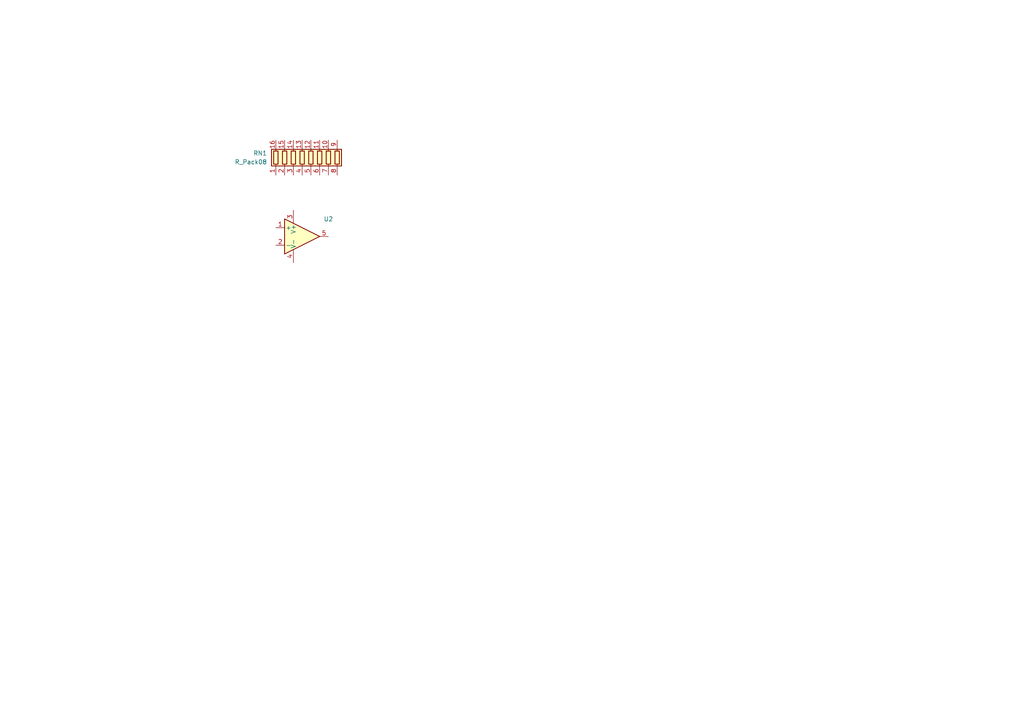
<source format=kicad_sch>
(kicad_sch (version 20231120) (generator "eeschema") (generator_version "8.0")
  (paper "A4")
  (lib_symbols
    (symbol "Device:R_Pack08" (pin_names (offset 0) hide)
      (property "Reference" "RN" (at -12.7 0 90))
      (property "Value" "R_Pack08" (at 10.16 0 90))
      (symbol "R_Pack08_0_1"
        (rectangle (start -11.43 -2.413) (end 8.89 2.413) (stroke (width 0.254)) (fill (type background)))
        (rectangle (start -10.795 1.905) (end -9.525 -1.905) (stroke (width 0.254)))
        (rectangle (start -8.255 1.905) (end -6.985 -1.905) (stroke (width 0.254)))
        (rectangle (start -5.715 1.905) (end -4.445 -1.905) (stroke (width 0.254)))
        (rectangle (start -3.175 1.905) (end -1.905 -1.905) (stroke (width 0.254)))
        (rectangle (start -0.635 1.905) (end 0.635 -1.905) (stroke (width 0.254)))
        (polyline (pts (xy -10.16 -2.54) (xy -10.16 -1.905)))
        (polyline (pts (xy -10.16 1.905) (xy -10.16 2.54)))
        (polyline (pts (xy -7.62 -2.54) (xy -7.62 -1.905)))
        (polyline (pts (xy -7.62 1.905) (xy -7.62 2.54)))
        (polyline (pts (xy -5.08 -2.54) (xy -5.08 -1.905)))
        (polyline (pts (xy -5.08 1.905) (xy -5.08 2.54)))
        (polyline (pts (xy -2.54 -2.54) (xy -2.54 -1.905)))
        (polyline (pts (xy -2.54 1.905) (xy -2.54 2.54)))
        (polyline (pts (xy 0 -2.54) (xy 0 -1.905)))
        (polyline (pts (xy 0 1.905) (xy 0 2.54)))
        (polyline (pts (xy 2.54 -2.54) (xy 2.54 -1.905)))
        (polyline (pts (xy 2.54 1.905) (xy 2.54 2.54)))
        (polyline (pts (xy 5.08 -2.54) (xy 5.08 -1.905)))
        (polyline (pts (xy 5.08 1.905) (xy 5.08 2.54)))
        (polyline (pts (xy 7.62 -2.54) (xy 7.62 -1.905)))
        (polyline (pts (xy 7.62 1.905) (xy 7.62 2.54)))
        (rectangle (start 1.905 1.905) (end 3.175 -1.905) (stroke (width 0.254)))
        (rectangle (start 4.445 1.905) (end 5.715 -1.905) (stroke (width 0.254)))
        (rectangle (start 6.985 1.905) (end 8.255 -1.905) (stroke (width 0.254)))
      )
      (symbol "R_Pack08_1_1"
        (pin passive line (at -10.16 -5.08 90) (length 2.54) (name "R1.1") (number "1"))
        (pin passive line (at 5.08 5.08 270) (length 2.54) (name "R7.2") (number "10"))
        (pin passive line (at 2.54 5.08 270) (length 2.54) (name "R6.2") (number "11"))
        (pin passive line (at 0 5.08 270) (length 2.54) (name "R5.2") (number "12"))
        (pin passive line (at -2.54 5.08 270) (length 2.54) (name "R4.2") (number "13"))
        (pin passive line (at -5.08 5.08 270) (length 2.54) (name "R3.2") (number "14"))
        (pin passive line (at -7.62 5.08 270) (length 2.54) (name "R2.2") (number "15"))
        (pin passive line (at -10.16 5.08 270) (length 2.54) (name "R1.2") (number "16"))
        (pin passive line (at -7.62 -5.08 90) (length 2.54) (name "R2.1") (number "2"))
        (pin passive line (at -5.08 -5.08 90) (length 2.54) (name "R3.1") (number "3"))
        (pin passive line (at -2.54 -5.08 90) (length 2.54) (name "R4.1") (number "4"))
        (pin passive line (at 0 -5.08 90) (length 2.54) (name "R5.1") (number "5"))
        (pin passive line (at 2.54 -5.08 90) (length 2.54) (name "R6.1") (number "6"))
        (pin passive line (at 5.08 -5.08 90) (length 2.54) (name "R7.1") (number "7"))
        (pin passive line (at 7.62 -5.08 90) (length 2.54) (name "R8.1") (number "8"))
        (pin passive line (at 7.62 5.08 270) (length 2.54) (name "R8.2") (number "9"))
      )
    )
    (symbol "Simulation_SPICE:OPAMP" (pin_names (offset 0.254))
      (property "Reference" "U" (at 3.81 3.175 0))
      (property "Value" "${SIM.PARAMS}" (at 3.81 -3.175 0))
      (symbol "OPAMP_0_1"
        (polyline (pts (xy 5.08 0) (xy -5.08 5.08) (xy -5.08 -5.08) (xy 5.08 0)) (stroke (width 0.254)) (fill (type background)))
      )
      (symbol "OPAMP_1_1"
        (pin input line (at -7.62 2.54 0) (length 2.54) (name "+") (number "1"))
        (pin input line (at -7.62 -2.54 0) (length 2.54) (name "-") (number "2"))
        (pin power_in line (at -2.54 7.62 270) (length 3.81) (name "V+") (number "3"))
        (pin power_in line (at -2.54 -7.62 90) (length 3.81) (name "V-") (number "4"))
        (pin output line (at 7.62 0 180) (length 2.54) (name "~") (number "5"))
      )
    )
  )
  (symbol (lib_id "Device:R_Pack08") (at 90.17 45.72 0) (unit 1)
    (property "Reference" "RN1" (at 77.47 44.4499 0) (effects (justify right)))
    (property "Value" "R_Pack08" (at 77.47 46.9899 0) (effects (justify right)))
    (property "Description" "8 resistor network, parallel topology" (effects (hide yes)))
  )
  (symbol (lib_id "Simulation_SPICE:OPAMP") (at 87.63 68.58 0) (unit 1)
    (property "Reference" "U2" (at 95.25 63.5314 0))
    (property "Value" "${SIM.PARAMS}" (at 95.25 65.4365 0))
    (property "Datasheet" "https://ngspice.sourceforge.io/docs/ngspice-html-manual/manual.xhtml#sec__SUBCKT_Subcircuits" (effects (hide yes)))
    (property "Description" "Operational amplifier, single, node sequence=1:+ 2:- 3:OUT 4:V+ 5:V-" (effects (hide yes)))
    (property "Sim.Pins" "1=in+ 2=in- 3=vcc 4=vee 5=out" (effects (hide yes)))
    (property "Sim.Device" "SUBCKT" (effects (hide yes)))
    (property "Sim.Library" "${KICAD8_SYMBOL_DIR}/Simulation_SPICE.sp" (effects (hide yes)))
    (property "Sim.Name" "kicad_builtin_opamp" (effects (hide yes)))
  )
)
</source>
